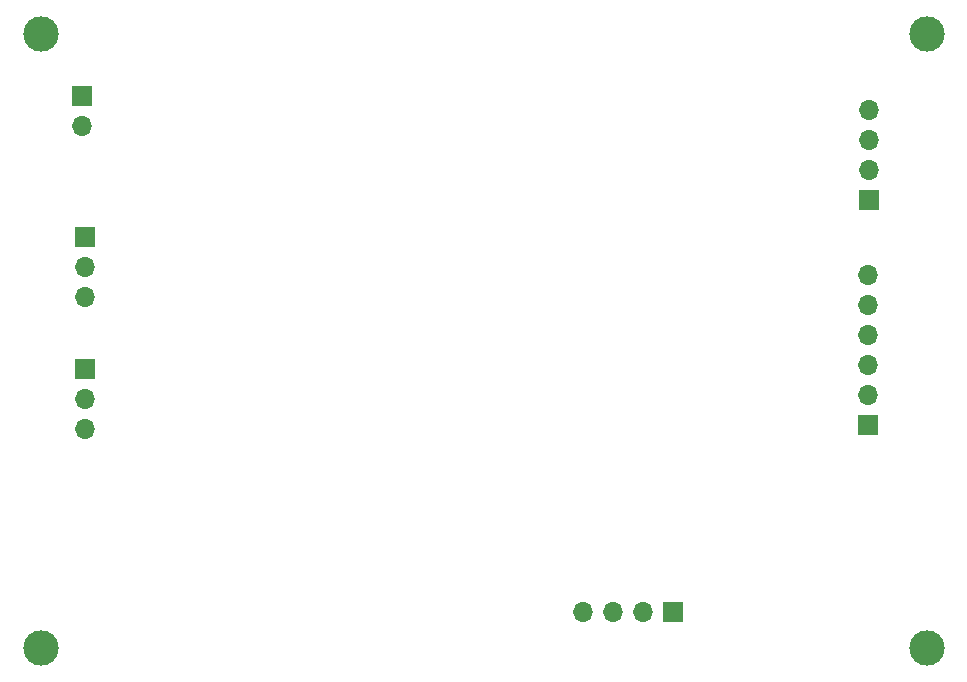
<source format=gbr>
%TF.GenerationSoftware,KiCad,Pcbnew,(5.1.2-1)-1*%
%TF.CreationDate,2022-01-27T07:40:46-05:00*%
%TF.ProjectId,project1-Juan,70726f6a-6563-4743-912d-4a75616e2e6b,rev?*%
%TF.SameCoordinates,Original*%
%TF.FileFunction,Soldermask,Bot*%
%TF.FilePolarity,Negative*%
%FSLAX46Y46*%
G04 Gerber Fmt 4.6, Leading zero omitted, Abs format (unit mm)*
G04 Created by KiCad (PCBNEW (5.1.2-1)-1) date 2022-01-27 07:40:46*
%MOMM*%
%LPD*%
G04 APERTURE LIST*
%ADD10C,3.000000*%
%ADD11R,1.700000X1.700000*%
%ADD12O,1.700000X1.700000*%
G04 APERTURE END LIST*
D10*
%TO.C,REF\002A\002A*%
X150000000Y-160000000D03*
%TD*%
%TO.C,REF\002A\002A*%
X150000000Y-108000000D03*
%TD*%
%TO.C,REF\002A\002A*%
X75000000Y-108000000D03*
%TD*%
%TO.C,REF\002A\002A*%
X75000000Y-160000000D03*
%TD*%
D11*
%TO.C,J6*%
X78740000Y-125222000D03*
D12*
X78740000Y-127762000D03*
X78740000Y-130302000D03*
%TD*%
D11*
%TO.C,J3*%
X145161000Y-122047000D03*
D12*
X145161000Y-119507000D03*
X145161000Y-116967000D03*
X145161000Y-114427000D03*
%TD*%
%TO.C,J5*%
X78740000Y-141478000D03*
X78740000Y-138938000D03*
D11*
X78740000Y-136398000D03*
%TD*%
%TO.C,J4*%
X145034000Y-141097000D03*
D12*
X145034000Y-138557000D03*
X145034000Y-136017000D03*
X145034000Y-133477000D03*
X145034000Y-130937000D03*
X145034000Y-128397000D03*
%TD*%
D11*
%TO.C,J1*%
X78486000Y-113284000D03*
D12*
X78486000Y-115824000D03*
%TD*%
%TO.C,J2*%
X120904000Y-156972000D03*
X123444000Y-156972000D03*
X125984000Y-156972000D03*
D11*
X128524000Y-156972000D03*
%TD*%
M02*

</source>
